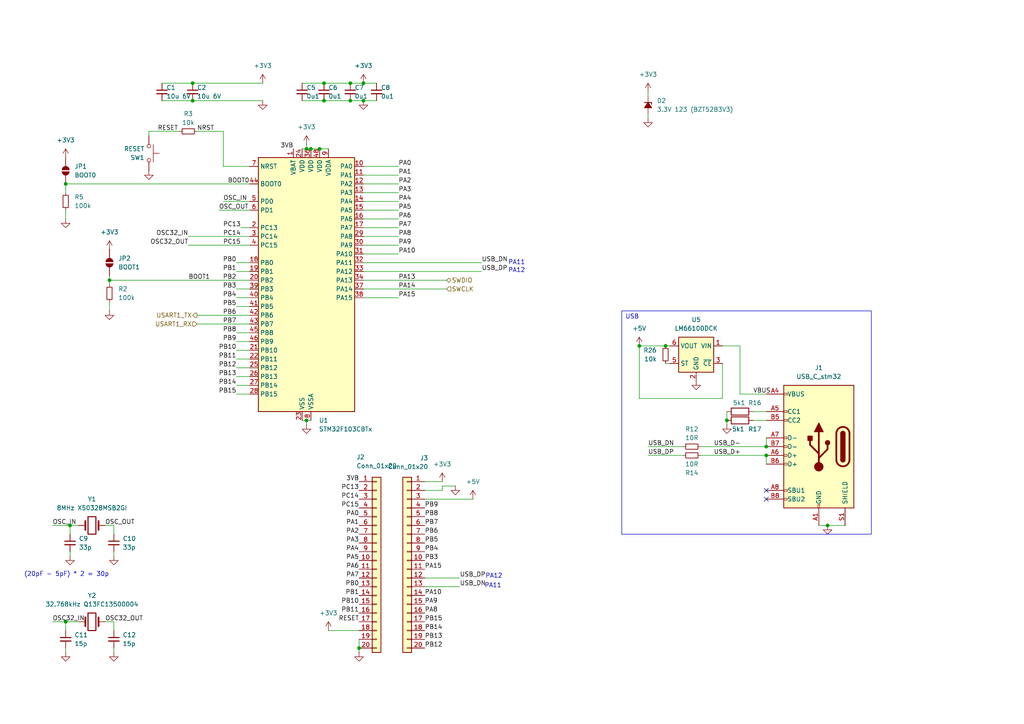
<source format=kicad_sch>
(kicad_sch (version 20231120) (generator "eeschema") (generator_version "8.0")
  (paper "A4")
  (lib_symbols
    (symbol "Connector:USB_C_Receptacle_USB2.0_16P" (pin_names (offset 1.016))
      (property "Reference" "J" (at 0 22.225 0))
      (property "Value" "USB_C_Receptacle_USB2.0_16P" (at 0 19.685 0))
      (symbol "USB_C_Receptacle_USB2.0_16P_0_0"
        (rectangle (start -0.254 -17.78) (end 0.254 -16.764))
        (rectangle (start 10.16 -14.986) (end 9.144 -15.494))
        (rectangle (start 10.16 -12.446) (end 9.144 -12.954))
        (rectangle (start 10.16 -4.826) (end 9.144 -5.334))
        (rectangle (start 10.16 -2.286) (end 9.144 -2.794))
        (rectangle (start 10.16 0.254) (end 9.144 -0.254))
        (rectangle (start 10.16 2.794) (end 9.144 2.286))
        (rectangle (start 10.16 7.874) (end 9.144 7.366))
        (rectangle (start 10.16 10.414) (end 9.144 9.906))
        (rectangle (start 10.16 15.494) (end 9.144 14.986))
      )
      (symbol "USB_C_Receptacle_USB2.0_16P_0_1"
        (rectangle (start -10.16 17.78) (end 10.16 -17.78) (stroke (width 0.254)) (fill (type background)))
        (arc (start -8.89 -3.81) (mid -6.985 -5.7067) (end -5.08 -3.81) (stroke (width 0.508)))
        (arc (start -7.62 -3.81) (mid -6.985 -4.4423) (end -6.35 -3.81) (stroke (width 0.254)))
        (arc (start -7.62 -3.81) (mid -6.985 -4.4423) (end -6.35 -3.81) (stroke (width 0.254)) (fill (type outline)))
        (rectangle (start -7.62 -3.81) (end -6.35 3.81) (stroke (width 0.254)) (fill (type outline)))
        (arc (start -6.35 3.81) (mid -6.985 4.4423) (end -7.62 3.81) (stroke (width 0.254)))
        (arc (start -6.35 3.81) (mid -6.985 4.4423) (end -7.62 3.81) (stroke (width 0.254)) (fill (type outline)))
        (arc (start -5.08 3.81) (mid -6.985 5.7067) (end -8.89 3.81) (stroke (width 0.508)))
        (circle (center -2.54 1.143) (radius 0.635) (stroke (width 0.254)) (fill (type outline)))
        (circle (center 0 -5.842) (radius 1.27) (fill (type outline)))
        (polyline (pts (xy -8.89 -3.81) (xy -8.89 3.81)) (stroke (width 0.508)))
        (polyline (pts (xy -5.08 3.81) (xy -5.08 -3.81)) (stroke (width 0.508)))
        (polyline (pts (xy 0 -5.842) (xy 0 4.318)) (stroke (width 0.508)))
        (polyline (pts (xy 0 -3.302) (xy -2.54 -0.762) (xy -2.54 0.508)) (stroke (width 0.508)))
        (polyline (pts (xy 0 -2.032) (xy 2.54 0.508) (xy 2.54 1.778)) (stroke (width 0.508)))
        (polyline (pts (xy -1.27 4.318) (xy 0 6.858) (xy 1.27 4.318) (xy -1.27 4.318)) (stroke (width 0.254)) (fill (type outline)))
        (rectangle (start 1.905 1.778) (end 3.175 3.048) (stroke (width 0.254)) (fill (type outline)))
      )
      (symbol "USB_C_Receptacle_USB2.0_16P_1_1"
        (pin passive line (at 0 -22.86 90) (length 5.08) (name "GND") (number "A1"))
        (pin passive line (at 0 -22.86 90) (length 5.08) hide (name "GND") (number "A12"))
        (pin passive line (at 15.24 15.24 180) (length 5.08) (name "VBUS") (number "A4"))
        (pin bidirectional line (at 15.24 10.16 180) (length 5.08) (name "CC1") (number "A5"))
        (pin bidirectional line (at 15.24 -2.54 180) (length 5.08) (name "D+") (number "A6"))
        (pin bidirectional line (at 15.24 2.54 180) (length 5.08) (name "D-") (number "A7"))
        (pin bidirectional line (at 15.24 -12.7 180) (length 5.08) (name "SBU1") (number "A8"))
        (pin passive line (at 15.24 15.24 180) (length 5.08) hide (name "VBUS") (number "A9"))
        (pin passive line (at 0 -22.86 90) (length 5.08) hide (name "GND") (number "B1"))
        (pin passive line (at 0 -22.86 90) (length 5.08) hide (name "GND") (number "B12"))
        (pin passive line (at 15.24 15.24 180) (length 5.08) hide (name "VBUS") (number "B4"))
        (pin bidirectional line (at 15.24 7.62 180) (length 5.08) (name "CC2") (number "B5"))
        (pin bidirectional line (at 15.24 -5.08 180) (length 5.08) (name "D+") (number "B6"))
        (pin bidirectional line (at 15.24 0 180) (length 5.08) (name "D-") (number "B7"))
        (pin bidirectional line (at 15.24 -15.24 180) (length 5.08) (name "SBU2") (number "B8"))
        (pin passive line (at 15.24 15.24 180) (length 5.08) hide (name "VBUS") (number "B9"))
        (pin passive line (at -7.62 -22.86 90) (length 5.08) (name "SHIELD") (number "S1"))
      )
    )
    (symbol "Connector_Generic:Conn_01x20" (pin_names (offset 1.016) hide)
      (property "Reference" "J" (at 0 25.4 0))
      (property "Value" "Conn_01x20" (at 0 -27.94 0))
      (symbol "Conn_01x20_1_1"
        (rectangle (start -1.27 -25.273) (end 0 -25.527) (stroke (width 0.1524)))
        (rectangle (start -1.27 -22.733) (end 0 -22.987) (stroke (width 0.1524)))
        (rectangle (start -1.27 -20.193) (end 0 -20.447) (stroke (width 0.1524)))
        (rectangle (start -1.27 -17.653) (end 0 -17.907) (stroke (width 0.1524)))
        (rectangle (start -1.27 -15.113) (end 0 -15.367) (stroke (width 0.1524)))
        (rectangle (start -1.27 -12.573) (end 0 -12.827) (stroke (width 0.1524)))
        (rectangle (start -1.27 -10.033) (end 0 -10.287) (stroke (width 0.1524)))
        (rectangle (start -1.27 -7.493) (end 0 -7.747) (stroke (width 0.1524)))
        (rectangle (start -1.27 -4.953) (end 0 -5.207) (stroke (width 0.1524)))
        (rectangle (start -1.27 -2.413) (end 0 -2.667) (stroke (width 0.1524)))
        (rectangle (start -1.27 0.127) (end 0 -0.127) (stroke (width 0.1524)))
        (rectangle (start -1.27 2.667) (end 0 2.413) (stroke (width 0.1524)))
        (rectangle (start -1.27 5.207) (end 0 4.953) (stroke (width 0.1524)))
        (rectangle (start -1.27 7.747) (end 0 7.493) (stroke (width 0.1524)))
        (rectangle (start -1.27 10.287) (end 0 10.033) (stroke (width 0.1524)))
        (rectangle (start -1.27 12.827) (end 0 12.573) (stroke (width 0.1524)))
        (rectangle (start -1.27 15.367) (end 0 15.113) (stroke (width 0.1524)))
        (rectangle (start -1.27 17.907) (end 0 17.653) (stroke (width 0.1524)))
        (rectangle (start -1.27 20.447) (end 0 20.193) (stroke (width 0.1524)))
        (rectangle (start -1.27 22.987) (end 0 22.733) (stroke (width 0.1524)))
        (rectangle (start -1.27 24.13) (end 1.27 -26.67) (stroke (width 0.254)) (fill (type background)))
        (pin passive line (at -5.08 22.86 0) (length 3.81) (name "Pin_1") (number "1"))
        (pin passive line (at -5.08 0 0) (length 3.81) (name "Pin_10") (number "10"))
        (pin passive line (at -5.08 -2.54 0) (length 3.81) (name "Pin_11") (number "11"))
        (pin passive line (at -5.08 -5.08 0) (length 3.81) (name "Pin_12") (number "12"))
        (pin passive line (at -5.08 -7.62 0) (length 3.81) (name "Pin_13") (number "13"))
        (pin passive line (at -5.08 -10.16 0) (length 3.81) (name "Pin_14") (number "14"))
        (pin passive line (at -5.08 -12.7 0) (length 3.81) (name "Pin_15") (number "15"))
        (pin passive line (at -5.08 -15.24 0) (length 3.81) (name "Pin_16") (number "16"))
        (pin passive line (at -5.08 -17.78 0) (length 3.81) (name "Pin_17") (number "17"))
        (pin passive line (at -5.08 -20.32 0) (length 3.81) (name "Pin_18") (number "18"))
        (pin passive line (at -5.08 -22.86 0) (length 3.81) (name "Pin_19") (number "19"))
        (pin passive line (at -5.08 20.32 0) (length 3.81) (name "Pin_2") (number "2"))
        (pin passive line (at -5.08 -25.4 0) (length 3.81) (name "Pin_20") (number "20"))
        (pin passive line (at -5.08 17.78 0) (length 3.81) (name "Pin_3") (number "3"))
        (pin passive line (at -5.08 15.24 0) (length 3.81) (name "Pin_4") (number "4"))
        (pin passive line (at -5.08 12.7 0) (length 3.81) (name "Pin_5") (number "5"))
        (pin passive line (at -5.08 10.16 0) (length 3.81) (name "Pin_6") (number "6"))
        (pin passive line (at -5.08 7.62 0) (length 3.81) (name "Pin_7") (number "7"))
        (pin passive line (at -5.08 5.08 0) (length 3.81) (name "Pin_8") (number "8"))
        (pin passive line (at -5.08 2.54 0) (length 3.81) (name "Pin_9") (number "9"))
      )
    )
    (symbol "Device:C_Small" (pin_numbers hide) (pin_names (offset 0.254) hide)
      (property "Reference" "C" (at 0.254 1.778 0))
      (property "Value" "C_Small" (at 0.254 -2.032 0))
      (symbol "C_Small_0_1"
        (polyline (pts (xy -1.524 -0.508) (xy 1.524 -0.508)) (stroke (width 0.3302)))
        (polyline (pts (xy -1.524 0.508) (xy 1.524 0.508)) (stroke (width 0.3048)))
      )
      (symbol "C_Small_1_1"
        (pin passive line (at 0 2.54 270) (length 2.032) (name "~") (number "1"))
        (pin passive line (at 0 -2.54 90) (length 2.032) (name "~") (number "2"))
      )
    )
    (symbol "Device:Crystal" (pin_numbers hide) (pin_names (offset 1.016) hide)
      (property "Reference" "Y" (at 0 3.81 0))
      (property "Value" "Crystal" (at 0 -3.81 0))
      (symbol "Crystal_0_1"
        (rectangle (start -1.143 2.54) (end 1.143 -2.54) (stroke (width 0.3048)))
        (polyline (pts (xy -2.54 0) (xy -1.905 0)))
        (polyline (pts (xy -1.905 -1.27) (xy -1.905 1.27)) (stroke (width 0.508)))
        (polyline (pts (xy 1.905 -1.27) (xy 1.905 1.27)) (stroke (width 0.508)))
        (polyline (pts (xy 2.54 0) (xy 1.905 0)))
      )
      (symbol "Crystal_1_1"
        (pin passive line (at -3.81 0 0) (length 1.27) (name "1") (number "1"))
        (pin passive line (at 3.81 0 180) (length 1.27) (name "2") (number "2"))
      )
    )
    (symbol "Device:D_Zener_Small_Filled" (pin_numbers hide) (pin_names (offset 0.254) hide)
      (property "Reference" "D" (at 0 2.286 0))
      (property "Value" "D_Zener_Small_Filled" (at 0 -2.286 0))
      (symbol "D_Zener_Small_Filled_0_1"
        (polyline (pts (xy 0.762 0) (xy -0.762 0)))
        (polyline (pts (xy -0.254 1.016) (xy -0.762 1.016) (xy -0.762 -1.016)) (stroke (width 0.254)))
        (polyline (pts (xy 0.762 1.016) (xy -0.762 0) (xy 0.762 -1.016) (xy 0.762 1.016)) (stroke (width 0.254)) (fill (type outline)))
      )
      (symbol "D_Zener_Small_Filled_1_1"
        (pin passive line (at -2.54 0 0) (length 1.778) (name "K") (number "1"))
        (pin passive line (at 2.54 0 180) (length 1.778) (name "A") (number "2"))
      )
    )
    (symbol "Device:R" (pin_numbers hide) (pin_names (offset 0))
      (property "Reference" "R" (at 2.032 0 90))
      (property "Value" "R" (at 0 0 90))
      (symbol "R_0_1"
        (rectangle (start -1.016 -2.54) (end 1.016 2.54) (stroke (width 0.254)))
      )
      (symbol "R_1_1"
        (pin passive line (at 0 3.81 270) (length 1.27) (name "~") (number "1"))
        (pin passive line (at 0 -3.81 90) (length 1.27) (name "~") (number "2"))
      )
    )
    (symbol "Device:R_Small" (pin_numbers hide) (pin_names (offset 0.254) hide)
      (property "Reference" "R" (at 0.762 0.508 0))
      (property "Value" "R_Small" (at 0.762 -1.016 0))
      (symbol "R_Small_0_1"
        (rectangle (start -0.762 1.778) (end 0.762 -1.778) (stroke (width 0.2032)))
      )
      (symbol "R_Small_1_1"
        (pin passive line (at 0 2.54 270) (length 0.762) (name "~") (number "1"))
        (pin passive line (at 0 -2.54 90) (length 0.762) (name "~") (number "2"))
      )
    )
    (symbol "Jumper:SolderJumper_2_Open" (pin_numbers hide) (pin_names (offset 0) hide) (exclude_from_sim yes) (in_bom no)
      (property "Reference" "JP" (at 0 2.032 0))
      (property "Value" "SolderJumper_2_Open" (at 0 -2.54 0))
      (symbol "SolderJumper_2_Open_0_1"
        (arc (start -0.254 1.016) (mid -1.2656 0) (end -0.254 -1.016))
        (arc (start -0.254 1.016) (mid -1.2656 0) (end -0.254 -1.016) (fill (type outline)))
        (polyline (pts (xy -0.254 1.016) (xy -0.254 -1.016)))
        (polyline (pts (xy 0.254 1.016) (xy 0.254 -1.016)))
        (arc (start 0.254 -1.016) (mid 1.2656 0) (end 0.254 1.016))
        (arc (start 0.254 -1.016) (mid 1.2656 0) (end 0.254 1.016) (fill (type outline)))
      )
      (symbol "SolderJumper_2_Open_1_1"
        (pin passive line (at -3.81 0 0) (length 2.54) (name "A") (number "1"))
        (pin passive line (at 3.81 0 180) (length 2.54) (name "B") (number "2"))
      )
    )
    (symbol "MCU_ST_STM32F1:STM32F103CBTx"
      (property "Reference" "U" (at -12.7 39.37 0))
      (property "Value" "STM32F103CBTx" (at 10.16 39.37 0))
      (symbol "STM32F103CBTx_0_1"
        (rectangle (start -12.7 -35.56) (end 15.24 38.1) (stroke (width 0.254)) (fill (type background)))
      )
      (symbol "STM32F103CBTx_1_1"
        (pin power_in line (at -2.54 40.64 270) (length 2.54) (name "VBAT") (number "1"))
        (pin bidirectional line (at 17.78 35.56 180) (length 2.54) (name "PA0") (number "10"))
        (pin bidirectional line (at 17.78 33.02 180) (length 2.54) (name "PA1") (number "11"))
        (pin bidirectional line (at 17.78 30.48 180) (length 2.54) (name "PA2") (number "12"))
        (pin bidirectional line (at 17.78 27.94 180) (length 2.54) (name "PA3") (number "13"))
        (pin bidirectional line (at 17.78 25.4 180) (length 2.54) (name "PA4") (number "14"))
        (pin bidirectional line (at 17.78 22.86 180) (length 2.54) (name "PA5") (number "15"))
        (pin bidirectional line (at 17.78 20.32 180) (length 2.54) (name "PA6") (number "16"))
        (pin bidirectional line (at 17.78 17.78 180) (length 2.54) (name "PA7") (number "17"))
        (pin bidirectional line (at -15.24 7.62 0) (length 2.54) (name "PB0") (number "18"))
        (pin bidirectional line (at -15.24 5.08 0) (length 2.54) (name "PB1") (number "19"))
        (pin bidirectional line (at -15.24 17.78 0) (length 2.54) (name "PC13") (number "2"))
        (pin bidirectional line (at -15.24 2.54 0) (length 2.54) (name "PB2") (number "20"))
        (pin bidirectional line (at -15.24 -17.78 0) (length 2.54) (name "PB10") (number "21"))
        (pin bidirectional line (at -15.24 -20.32 0) (length 2.54) (name "PB11") (number "22"))
        (pin power_in line (at 0 -38.1 90) (length 2.54) (name "VSS") (number "23"))
        (pin power_in line (at 0 40.64 270) (length 2.54) (name "VDD") (number "24"))
        (pin bidirectional line (at -15.24 -22.86 0) (length 2.54) (name "PB12") (number "25"))
        (pin bidirectional line (at -15.24 -25.4 0) (length 2.54) (name "PB13") (number "26"))
        (pin bidirectional line (at -15.24 -27.94 0) (length 2.54) (name "PB14") (number "27"))
        (pin bidirectional line (at -15.24 -30.48 0) (length 2.54) (name "PB15") (number "28"))
        (pin bidirectional line (at 17.78 15.24 180) (length 2.54) (name "PA8") (number "29"))
        (pin bidirectional line (at -15.24 15.24 0) (length 2.54) (name "PC14") (number "3"))
        (pin bidirectional line (at 17.78 12.7 180) (length 2.54) (name "PA9") (number "30"))
        (pin bidirectional line (at 17.78 10.16 180) (length 2.54) (name "PA10") (number "31"))
        (pin bidirectional line (at 17.78 7.62 180) (length 2.54) (name "PA11") (number "32"))
        (pin bidirectional line (at 17.78 5.08 180) (length 2.54) (name "PA12") (number "33"))
        (pin bidirectional line (at 17.78 2.54 180) (length 2.54) (name "PA13") (number "34"))
        (pin passive line (at 0 -38.1 90) (length 2.54) hide (name "VSS") (number "35"))
        (pin power_in line (at 2.54 40.64 270) (length 2.54) (name "VDD") (number "36"))
        (pin bidirectional line (at 17.78 0 180) (length 2.54) (name "PA14") (number "37"))
        (pin bidirectional line (at 17.78 -2.54 180) (length 2.54) (name "PA15") (number "38"))
        (pin bidirectional line (at -15.24 0 0) (length 2.54) (name "PB3") (number "39"))
        (pin bidirectional line (at -15.24 12.7 0) (length 2.54) (name "PC15") (number "4"))
        (pin bidirectional line (at -15.24 -2.54 0) (length 2.54) (name "PB4") (number "40"))
        (pin bidirectional line (at -15.24 -5.08 0) (length 2.54) (name "PB5") (number "41"))
        (pin bidirectional line (at -15.24 -7.62 0) (length 2.54) (name "PB6") (number "42"))
        (pin bidirectional line (at -15.24 -10.16 0) (length 2.54) (name "PB7") (number "43"))
        (pin input line (at -15.24 30.48 0) (length 2.54) (name "BOOT0") (number "44"))
        (pin bidirectional line (at -15.24 -12.7 0) (length 2.54) (name "PB8") (number "45"))
        (pin bidirectional line (at -15.24 -15.24 0) (length 2.54) (name "PB9") (number "46"))
        (pin passive line (at 0 -38.1 90) (length 2.54) hide (name "VSS") (number "47"))
        (pin power_in line (at 5.08 40.64 270) (length 2.54) (name "VDD") (number "48"))
        (pin bidirectional line (at -15.24 25.4 0) (length 2.54) (name "PD0") (number "5"))
        (pin bidirectional line (at -15.24 22.86 0) (length 2.54) (name "PD1") (number "6"))
        (pin input line (at -15.24 35.56 0) (length 2.54) (name "NRST") (number "7"))
        (pin power_in line (at 2.54 -38.1 90) (length 2.54) (name "VSSA") (number "8"))
        (pin power_in line (at 7.62 40.64 270) (length 2.54) (name "VDDA") (number "9"))
      )
    )
    (symbol "Power_Management:LM66100DCK"
      (property "Reference" "U" (at -5.08 6.096 0))
      (property "Value" "LM66100DCK" (at 0.254 -6.35 0))
      (symbol "LM66100DCK_0_1"
        (rectangle (start -5.08 5.08) (end 5.08 -5.08) (stroke (width 0.254)) (fill (type background)))
      )
      (symbol "LM66100DCK_1_1"
        (pin power_in line (at -7.62 2.54 0) (length 2.54) (name "VIN") (number "1"))
        (pin power_in line (at 0 -7.62 90) (length 2.54) (name "GND") (number "2"))
        (pin input line (at -7.62 -2.54 0) (length 2.54) (name "~{CE}") (number "3"))
        (pin no_connect line (at 0 5.08 270) (length 2.54) hide (name "NC") (number "4"))
        (pin open_collector line (at 7.62 -2.54 180) (length 2.54) (name "ST") (number "5"))
        (pin power_out line (at 7.62 2.54 180) (length 2.54) (name "VOUT") (number "6"))
      )
    )
    (symbol "Switch:SW_Push" (pin_numbers hide) (pin_names (offset 1.016) hide)
      (property "Reference" "SW" (at 1.27 2.54 0))
      (property "Value" "SW_Push" (at 0 -1.524 0))
      (symbol "SW_Push_0_1"
        (circle (center -2.032 0) (radius 0.508))
        (polyline (pts (xy 0 1.27) (xy 0 3.048)))
        (polyline (pts (xy 2.54 1.27) (xy -2.54 1.27)))
        (circle (center 2.032 0) (radius 0.508))
        (pin passive line (at -5.08 0 0) (length 2.54) (name "1") (number "1"))
        (pin passive line (at 5.08 0 180) (length 2.54) (name "2") (number "2"))
      )
    )
    (symbol "power:+3V3" (power) (pin_numbers hide) (pin_names (offset 0) hide)
      (property "Value" "+3V3" (at 0 3.556 0))
      (symbol "+3V3_0_1"
        (polyline (pts (xy -0.762 1.27) (xy 0 2.54)))
        (polyline (pts (xy 0 0) (xy 0 2.54)))
        (polyline (pts (xy 0 2.54) (xy 0.762 1.27)))
      )
      (symbol "+3V3_1_1"
        (pin power_in line (at 0 0 90) (length 0) (name "~") (number "1"))
      )
    )
    (symbol "power:+5V" (power) (pin_numbers hide) (pin_names (offset 0) hide)
      (property "Value" "+5V" (at 0 3.556 0))
      (symbol "+5V_0_1"
        (polyline (pts (xy -0.762 1.27) (xy 0 2.54)))
        (polyline (pts (xy 0 0) (xy 0 2.54)))
        (polyline (pts (xy 0 2.54) (xy 0.762 1.27)))
      )
      (symbol "+5V_1_1"
        (pin power_in line (at 0 0 90) (length 0) (name "~") (number "1"))
      )
    )
    (symbol "power:GND" (power) (pin_numbers hide) (pin_names (offset 0) hide)
      (property "Value" "GND" (at 0 -3.81 0))
      (symbol "GND_0_1"
        (polyline (pts (xy 0 0) (xy 0 -1.27) (xy 1.27 -1.27) (xy 0 -2.54) (xy -1.27 -1.27) (xy 0 -1.27)))
      )
      (symbol "GND_1_1"
        (pin power_in line (at 0 0 270) (length 0) (name "~") (number "1"))
      )
    )
  )
  (junction (at 93.98 24.13))
  (junction (at 240.03 152.4))
  (junction (at 222.25 129.54))
  (junction (at 92.71 43.18))
  (junction (at 105.41 24.13))
  (junction (at 93.98 29.21))
  (junction (at 19.05 53.34))
  (junction (at 193.04 100.33))
  (junction (at 20.32 152.4))
  (junction (at 88.9 121.92))
  (junction (at 88.9 43.18))
  (junction (at 55.88 29.21))
  (junction (at 90.17 43.18))
  (junction (at 185.42 100.33))
  (junction (at 104.14 187.96))
  (junction (at 31.75 81.28))
  (junction (at 55.88 24.13))
  (junction (at 105.41 29.21))
  (junction (at 101.6 24.13))
  (junction (at 101.6 29.21))
  (junction (at 210.82 121.92))
  (junction (at 222.25 132.08))
  (junction (at 19.05 180.34))
  (no_connect (at 222.25 144.78))
  (no_connect (at 222.25 142.24))
  (wire (pts (xy 88.9 43.18) (xy 90.17 43.18)))
  (wire (pts (xy 68.58 86.36) (xy 72.39 86.36)))
  (wire (pts (xy 88.9 41.91) (xy 88.9 43.18)))
  (wire (pts (xy 33.02 187.96) (xy 33.02 189.23)))
  (wire (pts (xy 105.41 71.12) (xy 115.57 71.12)))
  (wire (pts (xy 68.58 76.2) (xy 72.39 76.2)))
  (wire (pts (xy 105.41 73.66) (xy 115.57 73.66)))
  (wire (pts (xy 90.17 43.18) (xy 92.71 43.18)))
  (wire (pts (xy 187.96 132.08) (xy 198.12 132.08)))
  (wire (pts (xy 54.61 68.58) (xy 72.39 68.58)))
  (wire (pts (xy 105.41 58.42) (xy 115.57 58.42)))
  (wire (pts (xy 46.99 29.21) (xy 55.88 29.21)))
  (wire (pts (xy 88.9 121.92) (xy 87.63 121.92)))
  (wire (pts (xy 132.08 140.97) (xy 128.27 140.97)))
  (wire (pts (xy 105.41 83.82) (xy 129.54 83.82)))
  (wire (pts (xy 214.63 114.3) (xy 214.63 100.33)))
  (wire (pts (xy 193.04 100.33) (xy 185.42 100.33)))
  (wire (pts (xy 19.05 55.88) (xy 19.05 53.34)))
  (wire (pts (xy 137.16 144.78) (xy 123.19 144.78)))
  (wire (pts (xy 128.27 140.97) (xy 128.27 142.24)))
  (wire (pts (xy 64.77 48.26) (xy 72.39 48.26)))
  (wire (pts (xy 128.27 139.7) (xy 123.19 139.7)))
  (wire (pts (xy 33.02 182.88) (xy 33.02 180.34)))
  (wire (pts (xy 20.32 152.4) (xy 22.86 152.4)))
  (wire (pts (xy 31.75 81.28) (xy 31.75 80.01)))
  (wire (pts (xy 55.88 24.13) (xy 76.2 24.13)))
  (wire (pts (xy 105.41 78.74) (xy 139.7 78.74)))
  (wire (pts (xy 15.24 180.34) (xy 19.05 180.34)))
  (wire (pts (xy 30.48 180.34) (xy 33.02 180.34)))
  (wire (pts (xy 104.14 185.42) (xy 104.14 187.96)))
  (wire (pts (xy 218.44 121.92) (xy 222.25 121.92)))
  (wire (pts (xy 68.58 96.52) (xy 72.39 96.52)))
  (wire (pts (xy 222.25 127) (xy 222.25 129.54)))
  (wire (pts (xy 105.41 55.88) (xy 115.57 55.88)))
  (wire (pts (xy 68.58 109.22) (xy 72.39 109.22)))
  (wire (pts (xy 20.32 160.02) (xy 20.32 161.29)))
  (wire (pts (xy 105.41 60.96) (xy 115.57 60.96)))
  (wire (pts (xy 30.48 152.4) (xy 33.02 152.4)))
  (wire (pts (xy 92.71 43.18) (xy 95.25 43.18)))
  (wire (pts (xy 19.05 180.34) (xy 19.05 182.88)))
  (wire (pts (xy 105.41 50.8) (xy 115.57 50.8)))
  (wire (pts (xy 209.55 100.33) (xy 214.63 100.33)))
  (wire (pts (xy 95.25 182.88) (xy 104.14 182.88)))
  (wire (pts (xy 101.6 24.13) (xy 105.41 24.13)))
  (wire (pts (xy 15.24 152.4) (xy 20.32 152.4)))
  (wire (pts (xy 105.41 66.04) (xy 115.57 66.04)))
  (wire (pts (xy 68.58 88.9) (xy 72.39 88.9)))
  (wire (pts (xy 240.03 152.4) (xy 245.11 152.4)))
  (wire (pts (xy 87.63 24.13) (xy 93.98 24.13)))
  (wire (pts (xy 64.77 38.1) (xy 57.15 38.1)))
  (wire (pts (xy 105.41 76.2) (xy 139.7 76.2)))
  (wire (pts (xy 105.41 24.13) (xy 109.22 24.13)))
  (wire (pts (xy 68.58 114.3) (xy 72.39 114.3)))
  (wire (pts (xy 20.32 152.4) (xy 20.32 154.94)))
  (wire (pts (xy 218.44 119.38) (xy 222.25 119.38)))
  (wire (pts (xy 105.41 63.5) (xy 115.57 63.5)))
  (wire (pts (xy 214.63 114.3) (xy 222.25 114.3)))
  (wire (pts (xy 46.99 24.13) (xy 55.88 24.13)))
  (wire (pts (xy 209.55 105.41) (xy 209.55 115.57)))
  (wire (pts (xy 33.02 154.94) (xy 33.02 152.4)))
  (wire (pts (xy 101.6 29.21) (xy 105.41 29.21)))
  (wire (pts (xy 68.58 104.14) (xy 72.39 104.14)))
  (wire (pts (xy 87.63 43.18) (xy 88.9 43.18)))
  (wire (pts (xy 52.07 38.1) (xy 43.18 38.1)))
  (wire (pts (xy 68.58 83.82) (xy 72.39 83.82)))
  (wire (pts (xy 210.82 119.38) (xy 210.82 121.92)))
  (wire (pts (xy 64.77 48.26) (xy 64.77 38.1)))
  (wire (pts (xy 105.41 29.21) (xy 109.22 29.21)))
  (wire (pts (xy 187.96 34.29) (xy 187.96 33.02)))
  (wire (pts (xy 43.18 38.1) (xy 43.18 39.37)))
  (wire (pts (xy 203.2 132.08) (xy 222.25 132.08)))
  (wire (pts (xy 63.5 60.96) (xy 72.39 60.96)))
  (wire (pts (xy 93.98 29.21) (xy 101.6 29.21)))
  (wire (pts (xy 203.2 129.54) (xy 222.25 129.54)))
  (wire (pts (xy 57.15 93.98) (xy 72.39 93.98)))
  (wire (pts (xy 19.05 180.34) (xy 22.86 180.34)))
  (wire (pts (xy 105.41 68.58) (xy 115.57 68.58)))
  (wire (pts (xy 105.41 53.34) (xy 115.57 53.34)))
  (wire (pts (xy 87.63 29.21) (xy 93.98 29.21)))
  (wire (pts (xy 68.58 99.06) (xy 72.39 99.06)))
  (wire (pts (xy 19.05 187.96) (xy 19.05 189.23)))
  (wire (pts (xy 133.35 170.18) (xy 123.19 170.18)))
  (wire (pts (xy 68.58 101.6) (xy 72.39 101.6)))
  (wire (pts (xy 88.9 121.92) (xy 90.17 121.92)))
  (wire (pts (xy 240.03 152.4) (xy 237.49 152.4)))
  (wire (pts (xy 68.58 78.74) (xy 72.39 78.74)))
  (wire (pts (xy 31.75 82.55) (xy 31.75 81.28)))
  (wire (pts (xy 69.85 66.04) (xy 72.39 66.04)))
  (wire (pts (xy 54.61 71.12) (xy 72.39 71.12)))
  (wire (pts (xy 19.05 53.34) (xy 72.39 53.34)))
  (wire (pts (xy 187.96 129.54) (xy 198.12 129.54)))
  (wire (pts (xy 194.31 105.41) (xy 193.04 105.41)))
  (wire (pts (xy 19.05 63.5) (xy 19.05 60.96)))
  (wire (pts (xy 93.98 24.13) (xy 101.6 24.13)))
  (wire (pts (xy 33.02 160.02) (xy 33.02 161.29)))
  (wire (pts (xy 187.96 26.67) (xy 187.96 27.94)))
  (wire (pts (xy 105.41 81.28) (xy 129.54 81.28)))
  (wire (pts (xy 88.9 121.92) (xy 88.9 123.19)))
  (wire (pts (xy 31.75 81.28) (xy 72.39 81.28)))
  (wire (pts (xy 105.41 48.26) (xy 115.57 48.26)))
  (wire (pts (xy 185.42 100.33) (xy 185.42 115.57)))
  (wire (pts (xy 104.14 187.96) (xy 104.14 189.23)))
  (wire (pts (xy 105.41 86.36) (xy 115.57 86.36)))
  (wire (pts (xy 209.55 115.57) (xy 185.42 115.57)))
  (wire (pts (xy 57.15 91.44) (xy 72.39 91.44)))
  (wire (pts (xy 133.35 167.64) (xy 123.19 167.64)))
  (wire (pts (xy 128.27 142.24) (xy 123.19 142.24)))
  (wire (pts (xy 64.77 58.42) (xy 72.39 58.42)))
  (wire (pts (xy 31.75 90.17) (xy 31.75 87.63)))
  (wire (pts (xy 194.31 100.33) (xy 193.04 100.33)))
  (wire (pts (xy 55.88 29.21) (xy 76.2 29.21)))
  (wire (pts (xy 68.58 111.76) (xy 72.39 111.76)))
  (wire (pts (xy 210.82 121.92) (xy 210.82 123.19)))
  (wire (pts (xy 222.25 132.08) (xy 222.25 134.62)))
  (wire (pts (xy 68.58 106.68) (xy 72.39 106.68)))
  (rectangle (start 180.34 90.17) (end 252.73 154.94))
  (text "PA12" (at 143.256 167.132 0) (effects (font (size 1.27 1.27))))
  (text "PA12" (at 149.86 78.486 0) (effects (font (size 1.27 1.27))))
  (text "PA11\n" (at 143.002 169.926 0) (effects (font (size 1.27 1.27))))
  (text "(20pF - 5pF) * 2 = 30p" (at 19.304 166.624 0) (effects (font (size 1.27 1.27))))
  (text "USB" (at 181.356 92.71 0) (effects (font (size 1.27 1.27)) (justify left bottom)))
  (text "PA11\n" (at 149.86 76.2 0) (effects (font (size 1.27 1.27))))
  (label "PA15" (at 115.57 86.36 0))
  (label "BOOT0" (at 66.04 53.34 0))
  (label "OSC32_IN" (at 54.61 68.58 180))
  (label "PA2" (at 104.14 154.94 180))
  (label "PA0" (at 104.14 149.86 180))
  (label "PB0" (at 104.14 170.18 180))
  (label "PB10" (at 68.58 101.6 180))
  (label "PB11" (at 104.14 177.8 180))
  (label "PB11" (at 68.58 104.14 180))
  (label "PA0" (at 115.57 48.26 0))
  (label "PB1" (at 104.14 172.72 180))
  (label "PA8" (at 123.19 177.8 0))
  (label "OSC_IN" (at 64.77 58.42 0))
  (label "OSC32_OUT" (at 30.48 180.34 0))
  (label "PB12" (at 68.58 106.68 180))
  (label "OSC32_IN" (at 15.24 180.34 0))
  (label "PB15" (at 123.19 180.34 0))
  (label "PB10" (at 104.14 175.26 180))
  (label "VBUS" (at 218.44 114.3 0))
  (label "RESET" (at 104.14 180.34 180))
  (label "USB_DP" (at 139.7 78.74 0))
  (label "PB4" (at 68.58 86.36 180))
  (label "PA10" (at 115.57 73.66 0))
  (label "PA1" (at 104.14 152.4 180))
  (label "PA3" (at 104.14 157.48 180))
  (label "PA5" (at 104.14 162.56 180))
  (label "PB9" (at 68.58 99.06 180))
  (label "PB1" (at 68.58 78.74 180))
  (label "PB8" (at 68.58 96.52 180))
  (label "PB14" (at 68.58 111.76 180))
  (label "PA9" (at 123.19 175.26 0))
  (label "OSC_IN" (at 15.24 152.4 0))
  (label "PC13" (at 69.85 66.04 180))
  (label "PB3" (at 123.19 162.56 0))
  (label "PA4" (at 104.14 160.02 180))
  (label "OSC_OUT" (at 30.48 152.4 0))
  (label "PB13" (at 68.58 109.22 180))
  (label "RESET" (at 45.72 38.1 0))
  (label "3VB" (at 85.09 43.18 180))
  (label "PA7" (at 104.14 167.64 180))
  (label "PB5" (at 123.19 157.48 0))
  (label "USB_DN" (at 133.35 170.18 0))
  (label "PA14" (at 115.57 83.82 0))
  (label "PA7" (at 115.57 66.04 0))
  (label "PB14" (at 123.19 182.88 0))
  (label "USB_DP" (at 133.35 167.64 0))
  (label "USB_D-" (at 207.01 129.54 0))
  (label "PA3" (at 115.57 55.88 0))
  (label "PA6" (at 104.14 165.1 180))
  (label "USB_DN" (at 139.7 76.2 0))
  (label "OSC32_OUT" (at 54.61 71.12 180))
  (label "PC14" (at 104.14 144.78 180))
  (label "PA4" (at 115.57 58.42 0))
  (label "3VB" (at 104.14 139.7 180))
  (label "PA6" (at 115.57 63.5 0))
  (label "USB_D+" (at 207.01 132.08 0))
  (label "BOOT1" (at 60.96 81.28 180))
  (label "PA2" (at 115.57 53.34 0))
  (label "PB4" (at 123.19 160.02 0))
  (label "PA1" (at 115.57 50.8 0))
  (label "PB7" (at 123.19 152.4 0))
  (label "PB3" (at 68.58 83.82 180))
  (label "PB0" (at 68.58 76.2 180))
  (label "USB_DP" (at 187.96 132.08 0))
  (label "PB9" (at 123.19 147.32 0))
  (label "PB5" (at 68.58 88.9 180))
  (label "NRST" (at 57.15 38.1 0))
  (label "PA5" (at 115.57 60.96 0))
  (label "PB15" (at 68.58 114.3 180))
  (label "PC14" (at 69.85 68.58 180))
  (label "PA8" (at 115.57 68.58 0))
  (label "PC15" (at 69.85 71.12 180))
  (label "OSC_OUT" (at 63.5 60.96 0))
  (label "PB13" (at 123.19 185.42 0))
  (label "PB2" (at 68.58 81.28 180))
  (label "PB12" (at 123.19 187.96 0))
  (label "PB8" (at 123.19 149.86 0))
  (label "PC15" (at 104.14 147.32 180))
  (label "PA15" (at 123.19 165.1 0))
  (label "PA13" (at 115.57 81.28 0))
  (label "PB6" (at 123.19 154.94 0))
  (label "PA9" (at 115.57 71.12 0))
  (label "PC13" (at 104.14 142.24 180))
  (label "PA10" (at 123.19 172.72 0))
  (label "USB_DN" (at 187.96 129.54 0))
  (label "PB7" (at 68.58 93.98 180))
  (label "PB6" (at 68.58 91.44 180))
  (hierarchical_label "USART1_RX" (shape input) (at 57.15 93.98 180))
  (hierarchical_label "SWDIO" (shape bidirectional) (at 129.54 81.28 0))
  (hierarchical_label "USART1_TX" (shape output) (at 57.15 91.44 180))
  (hierarchical_label "SWCLK" (shape input) (at 129.54 83.82 0))
  (symbol (lib_id "Device:D_Zener_Small_Filled") (at 187.96 30.48 270) (unit 1)
    (property "Reference" "D2" (at 190.5 29.21 90) (effects (justify left)))
    (property "Value" "3.3V 123 (BZT52B3V3)" (at 190.5 31.75 90) (effects (justify left)))
    (property "Footprint" "Diode_SMD:D_SOD-123" (effects (hide yes)))
    (property "Description" "Zener diode, small symbol, filled shape" (effects (hide yes)))
  )
  (symbol (lib_id "Jumper:SolderJumper_2_Open") (at 19.05 49.53 90) (unit 1) (exclude_from_sim yes) (in_bom no)
    (property "Reference" "JP1" (at 21.59 48.26 90) (effects (justify right)))
    (property "Value" "BOOT0" (at 21.59 50.8 90) (effects (justify right)))
    (property "Footprint" "Jumper:SolderJumper-2_P1.3mm_Open_RoundedPad1.0x1.5mm" (effects (hide yes)))
    (property "Description" "Solder Jumper, 2-pole, open" (effects (hide yes)))
  )
  (symbol (lib_id "power:+5V") (at 137.16 144.78 0) (unit 1)
    (property "Reference" "#PWR029" (effects (hide yes)))
    (property "Value" "+5V" (at 137.16 139.7 0))
    (property "Description" "Power symbol creates a global label with name \"+5V\"" (effects (hide yes)))
  )
  (symbol (lib_id "Jumper:SolderJumper_2_Open") (at 31.75 76.2 90) (unit 1) (exclude_from_sim yes) (in_bom no)
    (property "Reference" "JP2" (at 34.29 74.93 90) (effects (justify right)))
    (property "Value" "BOOT1" (at 34.29 77.47 90) (effects (justify right)))
    (property "Footprint" "Jumper:SolderJumper-2_P1.3mm_Open_RoundedPad1.0x1.5mm" (effects (hide yes)))
    (property "Description" "Solder Jumper, 2-pole, open" (effects (hide yes)))
  )
  (symbol (lib_id "power:+3V3") (at 95.25 182.88 0) (unit 1)
    (property "Reference" "#PWR017" (effects (hide yes)))
    (property "Value" "+3V3" (at 95.25 177.8 0))
    (property "Description" "Power symbol creates a global label with name \"+3V3\"" (effects (hide yes)))
  )
  (symbol (lib_id "power:+3V3") (at 187.96 26.67 0) (unit 1)
    (property "Reference" "#PWR027" (effects (hide yes)))
    (property "Value" "+3V3" (at 187.96 21.59 0))
    (property "Description" "Power symbol creates a global label with name \"+3V3\"" (effects (hide yes)))
  )
  (symbol (lib_id "power:+3V3") (at 128.27 139.7 0) (unit 1)
    (property "Reference" "#PWR031" (effects (hide yes)))
    (property "Value" "+3V3" (at 128.27 134.62 0))
    (property "Description" "Power symbol creates a global label with name \"+3V3\"" (effects (hide yes)))
  )
  (symbol (lib_id "Device:R_Small") (at 193.04 102.87 0) (mirror y) (unit 1)
    (property "Reference" "R26" (at 190.5 101.5999 0) (effects (justify left)))
    (property "Value" "10k" (at 190.5 104.1399 0) (effects (justify left)))
    (property "Footprint" "Resistor_SMD:R_0402_1005Metric" (effects (hide yes)))
    (property "Description" "Resistor, small symbol" (effects (hide yes)))
  )
  (symbol (lib_id "power:+5V") (at 185.42 100.33 0) (mirror y) (unit 1)
    (property "Reference" "#PWR020" (effects (hide yes)))
    (property "Value" "+5V" (at 185.42 95.25 0))
    (property "Description" "Power symbol creates a global label with name \"+5V\"" (effects (hide yes)))
  )
  (symbol (lib_id "Switch:SW_Push") (at 43.18 44.45 270) (unit 1)
    (property "Reference" "SW1" (at 41.91 45.72 90) (effects (justify right)))
    (property "Value" "RESET" (at 41.91 43.18 90) (effects (justify right)))
    (property "Footprint" "Button_Switch_SMD:SW_Tactile_SPST_NO_Straight_CK_PTS636Sx25SMTRLFS" (effects (hide yes)))
    (property "Description" "Push button switch, generic, two pins" (effects (hide yes)))
  )
  (symbol (lib_id "Device:R_Small") (at 19.05 58.42 0) (unit 1)
    (property "Reference" "R5" (at 21.59 57.15 0) (effects (justify left)))
    (property "Value" "100k" (at 21.59 59.69 0) (effects (justify left)))
    (property "Footprint" "Resistor_SMD:R_0402_1005Metric" (effects (hide yes)))
    (property "Description" "Resistor, small symbol" (effects (hide yes)))
  )
  (symbol (lib_id "power:GND") (at 33.02 189.23 0) (unit 1)
    (property "Reference" "#PWR09" (effects (hide yes)))
    (property "Value" "GND" (effects (hide yes)))
    (property "Description" "Power symbol creates a global label with name \"GND\" , ground" (effects (hide yes)))
  )
  (symbol (lib_id "power:+3V3") (at 105.41 24.13 0) (unit 1)
    (property "Reference" "#PWR02" (effects (hide yes)))
    (property "Value" "+3V3" (at 105.41 19.05 0))
    (property "Description" "Power symbol creates a global label with name \"+3V3\"" (effects (hide yes)))
  )
  (symbol (lib_id "Device:R") (at 214.63 121.92 90) (mirror x) (unit 1)
    (property "Reference" "R17" (at 218.948 124.46 90))
    (property "Value" "5k1" (at 214.122 124.46 90))
    (property "Footprint" "Resistor_SMD:R_0402_1005Metric" (effects (hide yes)))
    (property "Description" "Resistor" (effects (hide yes)))
  )
  (symbol (lib_id "power:+3V3") (at 76.2 24.13 0) (unit 1)
    (property "Reference" "#PWR01" (effects (hide yes)))
    (property "Value" "+3V3" (at 76.2 19.05 0))
    (property "Description" "Power symbol creates a global label with name \"+3V3\"" (effects (hide yes)))
  )
  (symbol (lib_id "Device:C_Small") (at 33.02 157.48 0) (unit 1)
    (property "Reference" "C10" (at 35.56 156.2163 0) (effects (justify left)))
    (property "Value" "33p" (at 35.56 158.7563 0) (effects (justify left)))
    (property "Footprint" "Capacitor_SMD:C_0402_1005Metric" (effects (hide yes)))
    (property "Description" "Unpolarized capacitor, small symbol" (effects (hide yes)))
  )
  (symbol (lib_id "MCU_ST_STM32F1:STM32F103CBTx") (at 87.63 83.82 0) (unit 1)
    (property "Reference" "U1" (at 92.4835 121.92 0) (effects (justify left)))
    (property "Value" "STM32F103CBTx" (at 92.4835 124.46 0) (effects (justify left)))
    (property "Footprint" "Package_QFP:LQFP-48_7x7mm_P0.5mm" (effects (hide yes)))
    (property "Datasheet" "https://www.st.com/resource/en/datasheet/stm32f103cb.pdf" (effects (hide yes)))
    (property "Description" "STMicroelectronics Arm Cortex-M3 MCU, 128KB flash, 20KB RAM, 72 MHz, 2.0-3.6V, 37 GPIO, LQFP48" (effects (hide yes)))
  )
  (symbol (lib_id "Device:C_Small") (at 109.22 26.67 0) (unit 1)
    (property "Reference" "C8" (at 110.49 25.4 0) (effects (justify left)))
    (property "Value" "0u1" (at 110.49 27.94 0) (effects (justify left)))
    (property "Footprint" "Capacitor_SMD:C_0402_1005Metric" (effects (hide yes)))
    (property "Description" "Unpolarized capacitor, small symbol" (effects (hide yes)))
  )
  (symbol (lib_id "power:GND") (at 210.82 123.19 0) (unit 1)
    (property "Reference" "#PWR022" (effects (hide yes)))
    (property "Value" "GND" (effects (hide yes)))
    (property "Description" "Power symbol creates a global label with name \"GND\" , ground" (effects (hide yes)))
  )
  (symbol (lib_id "Device:R") (at 214.63 119.38 90) (unit 1)
    (property "Reference" "R16" (at 218.948 116.84 90))
    (property "Value" "5k1" (at 214.376 116.84 90))
    (property "Footprint" "Resistor_SMD:R_0402_1005Metric" (effects (hide yes)))
    (property "Description" "Resistor" (effects (hide yes)))
  )
  (symbol (lib_id "Device:C_Small") (at 46.99 26.67 0) (unit 1)
    (property "Reference" "C1" (at 48.26 25.4 0) (effects (justify left)))
    (property "Value" "10u 6V" (at 48.26 27.94 0) (effects (justify left)))
    (property "Footprint" "Capacitor_SMD:C_0402_1005Metric" (effects (hide yes)))
    (property "Description" "Unpolarized capacitor, small symbol" (effects (hide yes)))
  )
  (symbol (lib_id "power:GND") (at 19.05 189.23 0) (unit 1)
    (property "Reference" "#PWR08" (effects (hide yes)))
    (property "Value" "GND" (effects (hide yes)))
    (property "Description" "Power symbol creates a global label with name \"GND\" , ground" (effects (hide yes)))
  )
  (symbol (lib_id "power:+3V3") (at 88.9 41.91 0) (unit 1)
    (property "Reference" "#PWR06" (effects (hide yes)))
    (property "Value" "+3V3" (at 88.9 36.83 0))
    (property "Description" "Power symbol creates a global label with name \"+3V3\"" (effects (hide yes)))
  )
  (symbol (lib_id "power:GND") (at 76.2 29.21 0) (unit 1)
    (property "Reference" "#PWR03" (effects (hide yes)))
    (property "Value" "GND" (effects (hide yes)))
    (property "Description" "Power symbol creates a global label with name \"GND\" , ground" (effects (hide yes)))
  )
  (symbol (lib_id "Device:R_Small") (at 54.61 38.1 90) (unit 1)
    (property "Reference" "R3" (at 54.61 33.02 90))
    (property "Value" "10k" (at 54.61 35.56 90))
    (property "Footprint" "Resistor_SMD:R_0402_1005Metric" (effects (hide yes)))
    (property "Description" "Resistor, small symbol" (effects (hide yes)))
  )
  (symbol (lib_id "power:+3V3") (at 31.75 72.39 0) (unit 1)
    (property "Reference" "#PWR032" (effects (hide yes)))
    (property "Value" "+3V3" (at 31.75 67.31 0))
    (property "Description" "Power symbol creates a global label with name \"+3V3\"" (effects (hide yes)))
  )
  (symbol (lib_id "Connector_Generic:Conn_01x20") (at 118.11 162.56 0) (mirror y) (unit 1)
    (property "Reference" "J3" (at 124.206 132.842 0) (effects (justify left)))
    (property "Value" "Conn_01x20" (at 124.206 135.382 0) (effects (justify left)))
    (property "Footprint" "Connector_PinHeader_2.54mm:PinHeader_1x20_P2.54mm_Vertical" (effects (hide yes)))
    (property "Description" "Generic connector, single row, 01x20, script generated (kicad-library-utils/schlib/autogen/connector/)" (effects (hide yes)))
  )
  (symbol (lib_id "power:GND") (at 201.93 110.49 0) (mirror y) (unit 1)
    (property "Reference" "#PWR050" (effects (hide yes)))
    (property "Value" "GND" (effects (hide yes)))
    (property "Description" "Power symbol creates a global label with name \"GND\" , ground" (effects (hide yes)))
  )
  (symbol (lib_id "Device:C_Small") (at 19.05 185.42 0) (unit 1)
    (property "Reference" "C11" (at 21.59 184.1562 0) (effects (justify left)))
    (property "Value" "15p" (at 21.59 186.6962 0) (effects (justify left)))
    (property "Footprint" "Capacitor_SMD:C_0402_1005Metric" (effects (hide yes)))
    (property "Description" "Unpolarized capacitor, small symbol" (effects (hide yes)))
  )
  (symbol (lib_id "power:GND") (at 132.08 140.97 0) (unit 1)
    (property "Reference" "#PWR030" (effects (hide yes)))
    (property "Value" "GND" (effects (hide yes)))
    (property "Description" "Power symbol creates a global label with name \"GND\" , ground" (effects (hide yes)))
  )
  (symbol (lib_id "Power_Management:LM66100DCK") (at 201.93 102.87 0) (mirror y) (unit 1)
    (property "Reference" "U5" (at 201.93 92.71 0))
    (property "Value" "LM66100DCK" (at 201.93 95.25 0))
    (property "Footprint" "Package_TO_SOT_SMD:SOT-363_SC-70-6" (effects (hide yes)))
    (property "Datasheet" "https://www.ti.com/lit/ds/symlink/lm66100.pdf" (effects (hide yes)))
    (property "Description" "Ideal Diode With Input Polarity Protection 1.5 - 5.5V  Input Voltage, 1.5A Output Current, Ron 141 mOhm, SC-70-6" (effects (hide yes)))
  )
  (symbol (lib_id "Device:Crystal") (at 26.67 152.4 0) (unit 1)
    (property "Reference" "Y1" (at 26.67 144.78 0))
    (property "Value" "8MHz X50328MSB2GI" (at 26.67 147.32 0))
    (property "Footprint" "Crystal:Crystal_SMD_5032-2Pin_5.0x3.2mm" (effects (hide yes)))
    (property "Description" "Two pin crystal" (effects (hide yes)))
  )
  (symbol (lib_id "power:GND") (at 19.05 63.5 0) (unit 1)
    (property "Reference" "#PWR010" (effects (hide yes)))
    (property "Value" "GND" (effects (hide yes)))
    (property "Description" "Power symbol creates a global label with name \"GND\" , ground" (effects (hide yes)))
  )
  (symbol (lib_id "power:GND") (at 31.75 90.17 0) (unit 1)
    (property "Reference" "#PWR033" (effects (hide yes)))
    (property "Value" "GND" (effects (hide yes)))
    (property "Description" "Power symbol creates a global label with name \"GND\" , ground" (effects (hide yes)))
  )
  (symbol (lib_id "Device:R_Small") (at 200.66 132.08 90) (mirror x) (unit 1)
    (property "Reference" "R14" (at 200.66 137.16 90))
    (property "Value" "10R" (at 200.66 134.62 90))
    (property "Footprint" "Resistor_SMD:R_0402_1005Metric" (effects (hide yes)))
    (property "Description" "Resistor, small symbol" (effects (hide yes)))
  )
  (symbol (lib_id "power:GND") (at 33.02 161.29 0) (unit 1)
    (property "Reference" "#PWR016" (effects (hide yes)))
    (property "Value" "GND" (effects (hide yes)))
    (property "Description" "Power symbol creates a global label with name \"GND\" , ground" (effects (hide yes)))
  )
  (symbol (lib_id "power:+3V3") (at 19.05 45.72 0) (unit 1)
    (property "Reference" "#PWR05" (effects (hide yes)))
    (property "Value" "+3V3" (at 19.05 40.64 0))
    (property "Description" "Power symbol creates a global label with name \"+3V3\"" (effects (hide yes)))
  )
  (symbol (lib_id "Device:C_Small") (at 33.02 185.42 0) (unit 1)
    (property "Reference" "C12" (at 35.56 184.1562 0) (effects (justify left)))
    (property "Value" "15p" (at 35.56 186.6962 0) (effects (justify left)))
    (property "Footprint" "Capacitor_SMD:C_0402_1005Metric" (effects (hide yes)))
    (property "Description" "Unpolarized capacitor, small symbol" (effects (hide yes)))
  )
  (symbol (lib_id "Device:C_Small") (at 20.32 157.48 0) (unit 1)
    (property "Reference" "C9" (at 22.86 156.2163 0) (effects (justify left)))
    (property "Value" "33p" (at 22.86 158.7563 0) (effects (justify left)))
    (property "Footprint" "Capacitor_SMD:C_0402_1005Metric" (effects (hide yes)))
    (property "Description" "Unpolarized capacitor, small symbol" (effects (hide yes)))
  )
  (symbol (lib_id "Connector_Generic:Conn_01x20") (at 109.22 162.56 0) (unit 1)
    (property "Reference" "J2" (at 103.378 132.588 0) (effects (justify left)))
    (property "Value" "Conn_01x20" (at 103.378 135.128 0) (effects (justify left)))
    (property "Footprint" "Connector_PinHeader_2.54mm:PinHeader_1x20_P2.54mm_Vertical" (effects (hide yes)))
    (property "Description" "Generic connector, single row, 01x20, script generated (kicad-library-utils/schlib/autogen/connector/)" (effects (hide yes)))
  )
  (symbol (lib_id "Device:R_Small") (at 31.75 85.09 0) (unit 1)
    (property "Reference" "R2" (at 34.29 83.82 0) (effects (justify left)))
    (property "Value" "100k" (at 34.29 86.36 0) (effects (justify left)))
    (property "Footprint" "Resistor_SMD:R_0402_1005Metric" (effects (hide yes)))
    (property "Description" "Resistor, small symbol" (effects (hide yes)))
  )
  (symbol (lib_id "power:GND") (at 88.9 123.19 0) (unit 1)
    (property "Reference" "#PWR023" (effects (hide yes)))
    (property "Value" "GND" (effects (hide yes)))
    (property "Description" "Power symbol creates a global label with name \"GND\" , ground" (effects (hide yes)))
  )
  (symbol (lib_id "power:GND") (at 240.03 152.4 0) (unit 1)
    (property "Reference" "#PWR025" (effects (hide yes)))
    (property "Value" "GND" (effects (hide yes)))
    (property "Description" "Power symbol creates a global label with name \"GND\" , ground" (effects (hide yes)))
  )
  (symbol (lib_id "Device:C_Small") (at 55.88 26.67 0) (unit 1)
    (property "Reference" "C2" (at 57.15 25.4 0) (effects (justify left)))
    (property "Value" "10u 6V" (at 57.15 27.94 0) (effects (justify left)))
    (property "Footprint" "Capacitor_SMD:C_0402_1005Metric" (effects (hide yes)))
    (property "Description" "Unpolarized capacitor, small symbol" (effects (hide yes)))
  )
  (symbol (lib_id "power:GND") (at 104.14 189.23 0) (unit 1)
    (property "Reference" "#PWR021" (effects (hide yes)))
    (property "Value" "GND" (effects (hide yes)))
    (property "Description" "Power symbol creates a global label with name \"GND\" , ground" (effects (hide yes)))
  )
  (symbol (lib_id "power:GND") (at 187.96 34.29 0) (unit 1)
    (property "Reference" "#PWR028" (effects (hide yes)))
    (property "Value" "GND" (effects (hide yes)))
    (property "Description" "Power symbol creates a global label with name \"GND\" , ground" (effects (hide yes)))
  )
  (symbol (lib_id "power:GND") (at 43.18 49.53 0) (unit 1)
    (property "Reference" "#PWR07" (effects (hide yes)))
    (property "Value" "GND" (effects (hide yes)))
    (property "Description" "Power symbol creates a global label with name \"GND\" , ground" (effects (hide yes)))
  )
  (symbol (lib_id "Device:C_Small") (at 87.63 26.67 0) (unit 1)
    (property "Reference" "C5" (at 88.9 25.4 0) (effects (justify left)))
    (property "Value" "0u1" (at 88.9 27.94 0) (effects (justify left)))
    (property "Footprint" "Capacitor_SMD:C_0402_1005Metric" (effects (hide yes)))
    (property "Description" "Unpolarized capacitor, small symbol" (effects (hide yes)))
  )
  (symbol (lib_id "power:GND") (at 20.32 161.29 0) (unit 1)
    (property "Reference" "#PWR015" (effects (hide yes)))
    (property "Value" "GND" (effects (hide yes)))
    (property "Description" "Power symbol creates a global label with name \"GND\" , ground" (effects (hide yes)))
  )
  (symbol (lib_id "Device:C_Small") (at 101.6 26.67 0) (unit 1)
    (property "Reference" "C7" (at 102.87 25.4 0) (effects (justify left)))
    (property "Value" "0u1" (at 102.87 27.94 0) (effects (justify left)))
    (property "Footprint" "Capacitor_SMD:C_0402_1005Metric" (effects (hide yes)))
    (property "Description" "Unpolarized capacitor, small symbol" (effects (hide yes)))
  )
  (symbol (lib_id "Device:Crystal") (at 26.67 180.34 0) (unit 1)
    (property "Reference" "Y2" (at 26.67 172.72 0))
    (property "Value" "32.768kHz Q13FC13500004" (at 26.67 175.26 0))
    (property "Footprint" "Crystal:Crystal_SMD_3215-2Pin_3.2x1.5mm" (effects (hide yes)))
    (property "Description" "Two pin crystal" (effects (hide yes)))
  )
  (symbol (lib_id "Device:R_Small") (at 200.66 129.54 90) (unit 1)
    (property "Reference" "R12" (at 200.66 124.46 90))
    (property "Value" "10R" (at 200.66 127 90))
    (property "Footprint" "Resistor_SMD:R_0402_1005Metric" (effects (hide yes)))
    (property "Description" "Resistor, small symbol" (effects (hide yes)))
  )
  (symbol (lib_id "Connector:USB_C_Receptacle_USB2.0_16P") (at 237.49 129.54 0) (mirror y) (unit 1)
    (property "Reference" "J1" (at 237.49 106.68 0))
    (property "Value" "USB_C_stm32" (at 237.49 109.22 0))
    (property "Footprint" "Connector_USB:USB_C_Receptacle_GCT_USB4105-xx-A_16P_TopMnt_Horizontal" (effects (hide yes)))
    (property "Datasheet" "https://www.usb.org/sites/default/files/documents/usb_type-c.zip" (effects (hide yes)))
    (property "Description" "USB 2.0-only 16P Type-C Receptacle connector" (effects (hide yes)))
  )
  (symbol (lib_id "Device:C_Small") (at 93.98 26.67 0) (unit 1)
    (property "Reference" "C6" (at 95.25 25.4 0) (effects (justify left)))
    (property "Value" "0u1" (at 95.25 27.94 0) (effects (justify left)))
    (property "Footprint" "Capacitor_SMD:C_0402_1005Metric" (effects (hide yes)))
    (property "Description" "Unpolarized capacitor, small symbol" (effects (hide yes)))
  )
  (symbol (lib_id "power:GND") (at 105.41 29.21 0) (unit 1)
    (property "Reference" "#PWR04" (effects (hide yes)))
    (property "Value" "GND" (effects (hide yes)))
    (property "Description" "Power symbol creates a global label with name \"GND\" , ground" (effects (hide yes)))
  )
)
</source>
